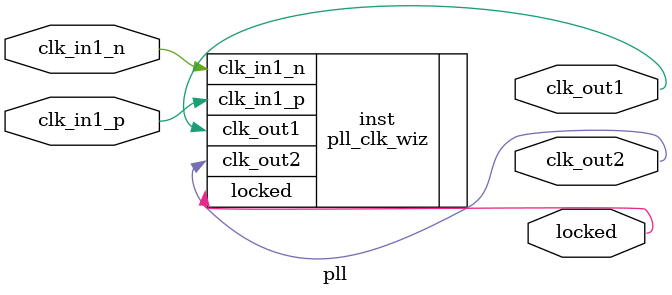
<source format=v>


`timescale 1ps/1ps

(* CORE_GENERATION_INFO = "pll,clk_wiz_v6_0_13_0_0,{component_name=pll,use_phase_alignment=true,use_min_o_jitter=false,use_max_i_jitter=false,use_dyn_phase_shift=false,use_inclk_switchover=false,use_dyn_reconfig=false,enable_axi=0,feedback_source=FDBK_AUTO,PRIMITIVE=PLL,num_out_clk=2,clkin1_period=5.000,clkin2_period=10.0,use_power_down=false,use_reset=false,use_locked=true,use_inclk_stopped=false,feedback_type=SINGLE,CLOCK_MGR_TYPE=NA,manual_override=false}" *)

module pll 
 (
  // Clock out ports
  output        clk_out1,
  output        clk_out2,
  // Status and control signals
  output        locked,
 // Clock in ports
  input         clk_in1_p,
  input         clk_in1_n
 );

  pll_clk_wiz inst
  (
  // Clock out ports  
  .clk_out1(clk_out1),
  .clk_out2(clk_out2),
  // Status and control signals               
  .locked(locked),
 // Clock in ports
  .clk_in1_p(clk_in1_p),
  .clk_in1_n(clk_in1_n)
  );

endmodule

</source>
